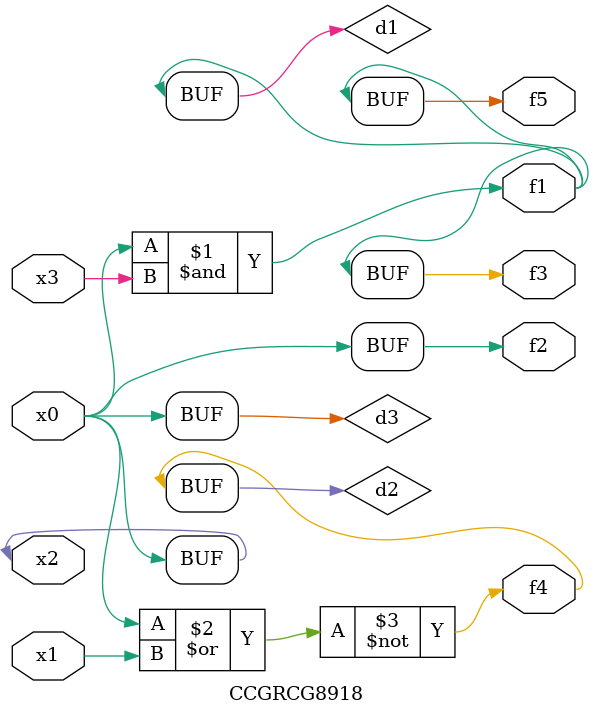
<source format=v>
module CCGRCG8918(
	input x0, x1, x2, x3,
	output f1, f2, f3, f4, f5
);

	wire d1, d2, d3;

	and (d1, x2, x3);
	nor (d2, x0, x1);
	buf (d3, x0, x2);
	assign f1 = d1;
	assign f2 = d3;
	assign f3 = d1;
	assign f4 = d2;
	assign f5 = d1;
endmodule

</source>
